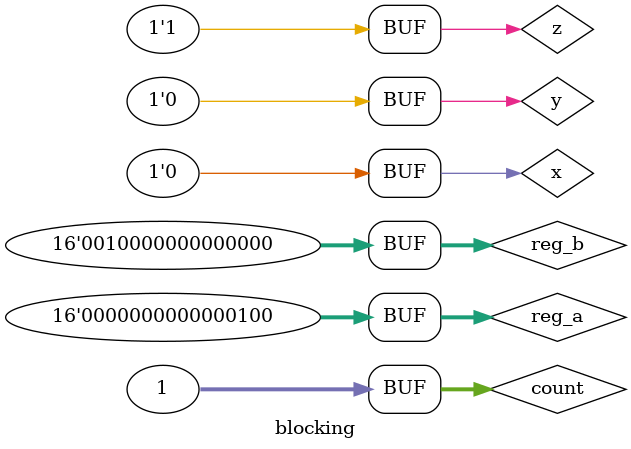
<source format=v>
module blocking();

    reg x,y,z;
    reg [15:0] reg_a, reg_b;
    integer count;

    initial begin
        $monitor($time," a= %b b= %b",reg_a,reg_b);
        x = 0; y=0; z=1;
        count = 0;
        reg_a = 16'b0;
        reg_b = reg_a; 

        reg_a[2] =  #15 1'b1;
        reg_b[15:13] =  #10 {x,y,z};
        count = count + 1;
    end

endmodule
</source>
